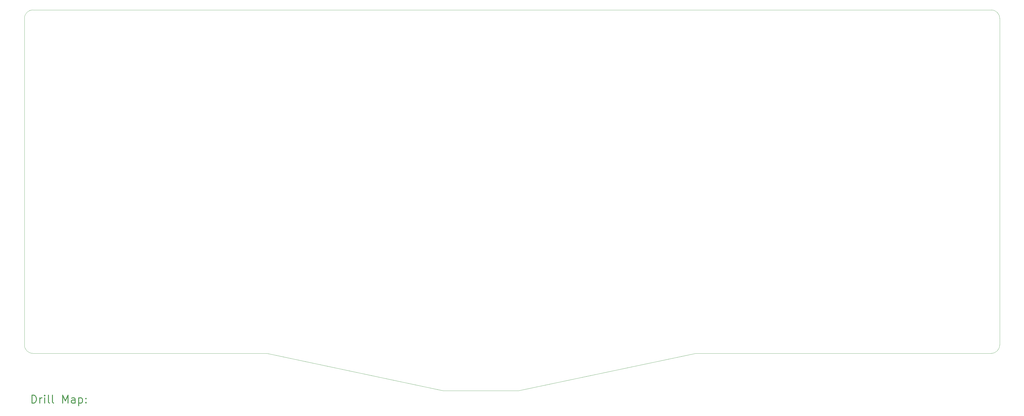
<source format=gbr>
%FSLAX45Y45*%
G04 Gerber Fmt 4.5, Leading zero omitted, Abs format (unit mm)*
G04 Created by KiCad (PCBNEW (5.1.6)-1) date 2020-10-24 16:54:57*
%MOMM*%
%LPD*%
G01*
G04 APERTURE LIST*
%TA.AperFunction,Profile*%
%ADD10C,0.050000*%
%TD*%
%ADD11C,0.200000*%
%ADD12C,0.300000*%
G04 APERTURE END LIST*
D10*
X39449375Y-20081875D02*
G75*
G02*
X39131875Y-20399375I-317500J0D01*
G01*
X2619375Y-20399375D02*
X11544300Y-20399375D01*
X39131875Y-7302500D02*
G75*
G02*
X39449375Y-7620000I0J-317500D01*
G01*
X39131875Y-20399375D02*
X27860625Y-20399375D01*
X27860625Y-20399375D02*
X21113750Y-21828125D01*
X18256250Y-21828125D02*
X21113750Y-21828125D01*
X11544300Y-20399375D02*
X18256250Y-21828125D01*
X2301875Y-7620000D02*
G75*
G02*
X2619375Y-7302500I317500J0D01*
G01*
X2619375Y-7302500D02*
X39131875Y-7302500D01*
X2301875Y-7620000D02*
X2301875Y-20081875D01*
X39449375Y-7620000D02*
X39449375Y-20081875D01*
X2619375Y-20399375D02*
G75*
G02*
X2301875Y-20081875I0J317500D01*
G01*
D11*
D12*
X2585803Y-22296339D02*
X2585803Y-21996339D01*
X2657232Y-21996339D01*
X2700089Y-22010625D01*
X2728661Y-22039197D01*
X2742946Y-22067768D01*
X2757232Y-22124911D01*
X2757232Y-22167768D01*
X2742946Y-22224911D01*
X2728661Y-22253482D01*
X2700089Y-22282054D01*
X2657232Y-22296339D01*
X2585803Y-22296339D01*
X2885803Y-22296339D02*
X2885803Y-22096339D01*
X2885803Y-22153482D02*
X2900089Y-22124911D01*
X2914375Y-22110625D01*
X2942946Y-22096339D01*
X2971518Y-22096339D01*
X3071518Y-22296339D02*
X3071518Y-22096339D01*
X3071518Y-21996339D02*
X3057232Y-22010625D01*
X3071518Y-22024911D01*
X3085803Y-22010625D01*
X3071518Y-21996339D01*
X3071518Y-22024911D01*
X3257232Y-22296339D02*
X3228661Y-22282054D01*
X3214375Y-22253482D01*
X3214375Y-21996339D01*
X3414375Y-22296339D02*
X3385803Y-22282054D01*
X3371518Y-22253482D01*
X3371518Y-21996339D01*
X3757232Y-22296339D02*
X3757232Y-21996339D01*
X3857232Y-22210625D01*
X3957232Y-21996339D01*
X3957232Y-22296339D01*
X4228661Y-22296339D02*
X4228661Y-22139197D01*
X4214375Y-22110625D01*
X4185803Y-22096339D01*
X4128661Y-22096339D01*
X4100089Y-22110625D01*
X4228661Y-22282054D02*
X4200089Y-22296339D01*
X4128661Y-22296339D01*
X4100089Y-22282054D01*
X4085803Y-22253482D01*
X4085803Y-22224911D01*
X4100089Y-22196339D01*
X4128661Y-22182054D01*
X4200089Y-22182054D01*
X4228661Y-22167768D01*
X4371518Y-22096339D02*
X4371518Y-22396339D01*
X4371518Y-22110625D02*
X4400089Y-22096339D01*
X4457232Y-22096339D01*
X4485803Y-22110625D01*
X4500089Y-22124911D01*
X4514375Y-22153482D01*
X4514375Y-22239197D01*
X4500089Y-22267768D01*
X4485803Y-22282054D01*
X4457232Y-22296339D01*
X4400089Y-22296339D01*
X4371518Y-22282054D01*
X4642946Y-22267768D02*
X4657232Y-22282054D01*
X4642946Y-22296339D01*
X4628661Y-22282054D01*
X4642946Y-22267768D01*
X4642946Y-22296339D01*
X4642946Y-22110625D02*
X4657232Y-22124911D01*
X4642946Y-22139197D01*
X4628661Y-22124911D01*
X4642946Y-22110625D01*
X4642946Y-22139197D01*
M02*

</source>
